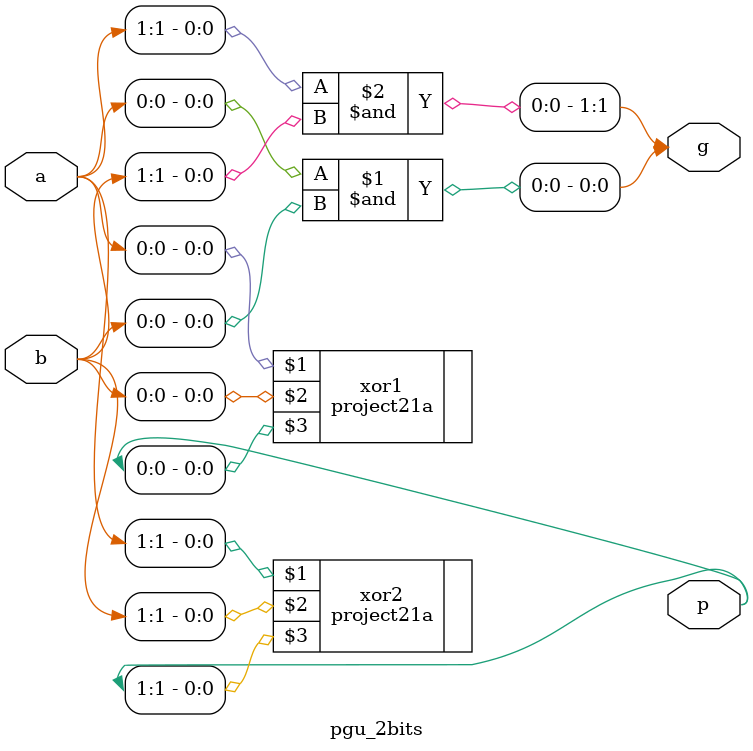
<source format=v>
`include "project21a.v"
module pgu_2bits (a,b,p,g); 

 input [1:0] a, b;
 output [1:0] p, g;

wire [1:0] p,g;

project21a xor1 (a[0], b[0], p[0]);
project21a xor2 (a[1], b[1], p[1]);
and a1 ( g[0], a[0], b[0]);
and a2 ( g[1], a[1], b[1]);
endmodule

</source>
